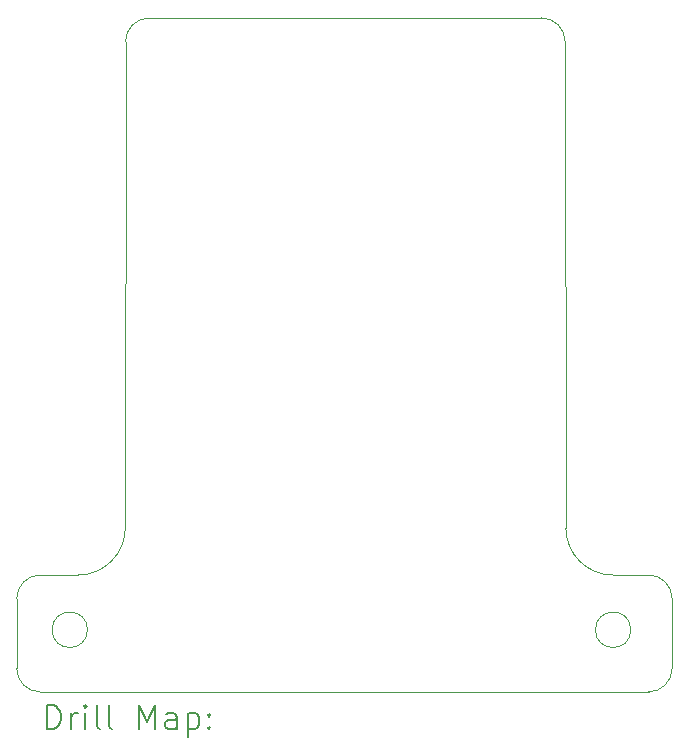
<source format=gbr>
%TF.GenerationSoftware,KiCad,Pcbnew,8.0.1*%
%TF.CreationDate,2024-05-08T13:57:30+07:00*%
%TF.ProjectId,Arduino_RC_Transceiver_DIY_2.0.0,41726475-696e-46f5-9f52-435f5472616e,rev?*%
%TF.SameCoordinates,Original*%
%TF.FileFunction,Drillmap*%
%TF.FilePolarity,Positive*%
%FSLAX45Y45*%
G04 Gerber Fmt 4.5, Leading zero omitted, Abs format (unit mm)*
G04 Created by KiCad (PCBNEW 8.0.1) date 2024-05-08 13:57:30*
%MOMM*%
%LPD*%
G01*
G04 APERTURE LIST*
%ADD10C,0.050000*%
%ADD11C,0.038100*%
%ADD12C,0.100000*%
%ADD13C,0.200000*%
G04 APERTURE END LIST*
D10*
X14380177Y-11380177D02*
G75*
G02*
X13980177Y-11779997I-399997J177D01*
G01*
X18509469Y-11780000D02*
G75*
G02*
X18109470Y-11380531I1J400000D01*
G01*
D11*
X13660000Y-11780000D02*
X13980177Y-11780000D01*
X18810000Y-11780000D02*
X18509469Y-11780000D01*
X13460000Y-12570000D02*
X13460000Y-11980000D01*
X18810000Y-12770000D02*
X13660000Y-12770000D01*
X19010000Y-11980000D02*
X19010000Y-12570000D01*
X13660000Y-12770000D02*
G75*
G02*
X13460000Y-12570000I0J200000D01*
G01*
X19010000Y-12570000D02*
G75*
G02*
X18810000Y-12770000I-200000J0D01*
G01*
X13460000Y-11980000D02*
G75*
G02*
X13660000Y-11780000I200000J0D01*
G01*
X18810000Y-11780000D02*
G75*
G02*
X19010000Y-11980000I0J-200000D01*
G01*
D10*
X14582000Y-7064000D02*
X17904000Y-7064000D01*
X14380177Y-11380177D02*
X14382000Y-7264000D01*
X18104000Y-7264000D02*
X18109469Y-11380531D01*
X14382000Y-7264000D02*
G75*
G02*
X14582000Y-7064000I200000J0D01*
G01*
X17904000Y-7064000D02*
G75*
G02*
X18104000Y-7264000I0J-200000D01*
G01*
D12*
X14060000Y-12244000D02*
G75*
G02*
X13760000Y-12244000I-150000J0D01*
G01*
X13760000Y-12244000D02*
G75*
G02*
X14060000Y-12244000I150000J0D01*
G01*
X18660000Y-12244000D02*
G75*
G02*
X18360000Y-12244000I-150000J0D01*
G01*
X18360000Y-12244000D02*
G75*
G02*
X18660000Y-12244000I150000J0D01*
G01*
D13*
X13718872Y-13083389D02*
X13718872Y-12883389D01*
X13718872Y-12883389D02*
X13766491Y-12883389D01*
X13766491Y-12883389D02*
X13795062Y-12892913D01*
X13795062Y-12892913D02*
X13814110Y-12911960D01*
X13814110Y-12911960D02*
X13823634Y-12931008D01*
X13823634Y-12931008D02*
X13833157Y-12969103D01*
X13833157Y-12969103D02*
X13833157Y-12997674D01*
X13833157Y-12997674D02*
X13823634Y-13035770D01*
X13823634Y-13035770D02*
X13814110Y-13054817D01*
X13814110Y-13054817D02*
X13795062Y-13073865D01*
X13795062Y-13073865D02*
X13766491Y-13083389D01*
X13766491Y-13083389D02*
X13718872Y-13083389D01*
X13918872Y-13083389D02*
X13918872Y-12950055D01*
X13918872Y-12988151D02*
X13928396Y-12969103D01*
X13928396Y-12969103D02*
X13937919Y-12959579D01*
X13937919Y-12959579D02*
X13956967Y-12950055D01*
X13956967Y-12950055D02*
X13976015Y-12950055D01*
X14042681Y-13083389D02*
X14042681Y-12950055D01*
X14042681Y-12883389D02*
X14033157Y-12892913D01*
X14033157Y-12892913D02*
X14042681Y-12902436D01*
X14042681Y-12902436D02*
X14052205Y-12892913D01*
X14052205Y-12892913D02*
X14042681Y-12883389D01*
X14042681Y-12883389D02*
X14042681Y-12902436D01*
X14166491Y-13083389D02*
X14147443Y-13073865D01*
X14147443Y-13073865D02*
X14137919Y-13054817D01*
X14137919Y-13054817D02*
X14137919Y-12883389D01*
X14271253Y-13083389D02*
X14252205Y-13073865D01*
X14252205Y-13073865D02*
X14242681Y-13054817D01*
X14242681Y-13054817D02*
X14242681Y-12883389D01*
X14499824Y-13083389D02*
X14499824Y-12883389D01*
X14499824Y-12883389D02*
X14566491Y-13026246D01*
X14566491Y-13026246D02*
X14633157Y-12883389D01*
X14633157Y-12883389D02*
X14633157Y-13083389D01*
X14814110Y-13083389D02*
X14814110Y-12978627D01*
X14814110Y-12978627D02*
X14804586Y-12959579D01*
X14804586Y-12959579D02*
X14785538Y-12950055D01*
X14785538Y-12950055D02*
X14747443Y-12950055D01*
X14747443Y-12950055D02*
X14728396Y-12959579D01*
X14814110Y-13073865D02*
X14795062Y-13083389D01*
X14795062Y-13083389D02*
X14747443Y-13083389D01*
X14747443Y-13083389D02*
X14728396Y-13073865D01*
X14728396Y-13073865D02*
X14718872Y-13054817D01*
X14718872Y-13054817D02*
X14718872Y-13035770D01*
X14718872Y-13035770D02*
X14728396Y-13016722D01*
X14728396Y-13016722D02*
X14747443Y-13007198D01*
X14747443Y-13007198D02*
X14795062Y-13007198D01*
X14795062Y-13007198D02*
X14814110Y-12997674D01*
X14909348Y-12950055D02*
X14909348Y-13150055D01*
X14909348Y-12959579D02*
X14928396Y-12950055D01*
X14928396Y-12950055D02*
X14966491Y-12950055D01*
X14966491Y-12950055D02*
X14985538Y-12959579D01*
X14985538Y-12959579D02*
X14995062Y-12969103D01*
X14995062Y-12969103D02*
X15004586Y-12988151D01*
X15004586Y-12988151D02*
X15004586Y-13045293D01*
X15004586Y-13045293D02*
X14995062Y-13064341D01*
X14995062Y-13064341D02*
X14985538Y-13073865D01*
X14985538Y-13073865D02*
X14966491Y-13083389D01*
X14966491Y-13083389D02*
X14928396Y-13083389D01*
X14928396Y-13083389D02*
X14909348Y-13073865D01*
X15090300Y-13064341D02*
X15099824Y-13073865D01*
X15099824Y-13073865D02*
X15090300Y-13083389D01*
X15090300Y-13083389D02*
X15080777Y-13073865D01*
X15080777Y-13073865D02*
X15090300Y-13064341D01*
X15090300Y-13064341D02*
X15090300Y-13083389D01*
X15090300Y-12959579D02*
X15099824Y-12969103D01*
X15099824Y-12969103D02*
X15090300Y-12978627D01*
X15090300Y-12978627D02*
X15080777Y-12969103D01*
X15080777Y-12969103D02*
X15090300Y-12959579D01*
X15090300Y-12959579D02*
X15090300Y-12978627D01*
M02*

</source>
